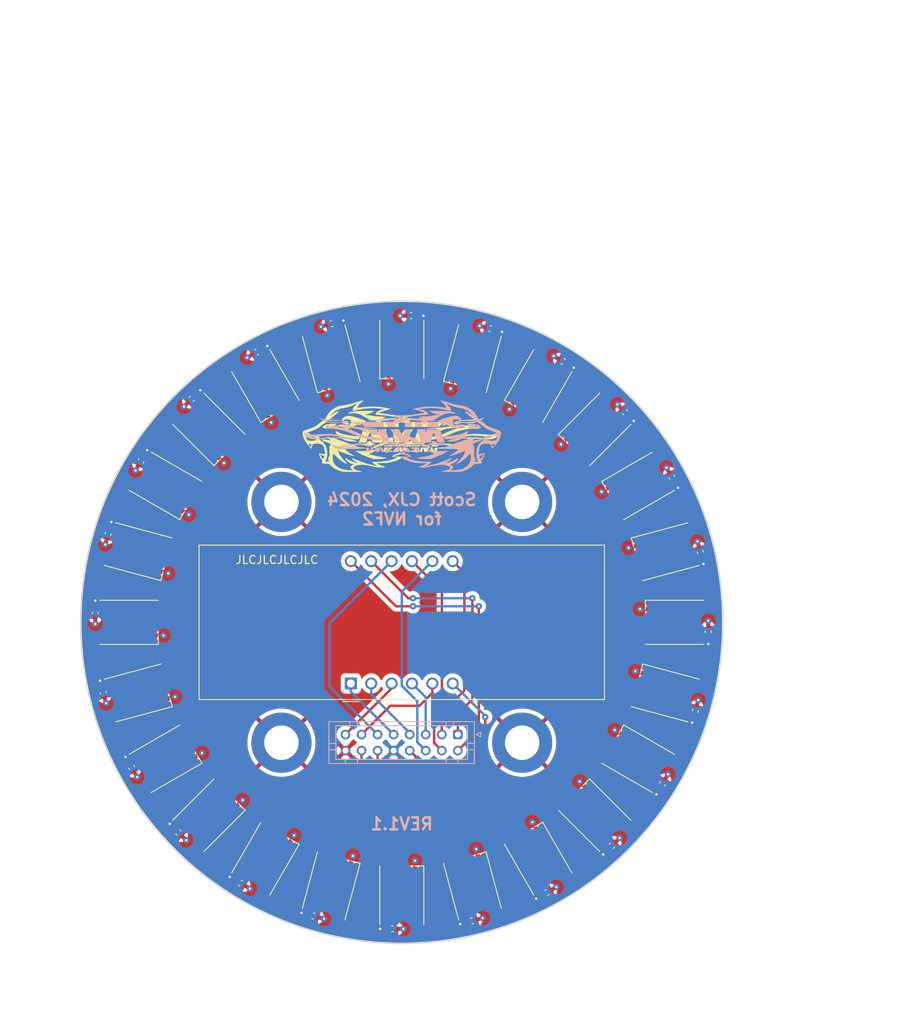
<source format=kicad_pcb>
(kicad_pcb (version 20221018) (generator pcbnew)
  (title_block (title "Tachy") (date "2024-01-25") (rev "1.1") (company "Scott CJX"))
  (layers (0 "F.Cu" signal) (31 "B.Cu" signal) (34 "B.Paste" user) (35 "F.Paste" user) (36 "B.SilkS" user "B.Silkscreen") (37 "F.SilkS" user "F.Silkscreen") (38 "B.Mask" user) (39 "F.Mask" user) (44 "Edge.Cuts" user))
  (net 0 "")
  (net 1 "+5V")
  (net 2 "GND")
  (net 3 "/LED-1-2")
  (net 4 "/LED-2-3")
  (net 5 "/LED-3-4")
  (net 6 "/LED-4-5")
  (net 7 "/LED-5-6")
  (net 8 "/LED-6-7")
  (net 9 "/LED-7-8")
  (net 10 "/LED-8-9")
  (net 11 "/LED-9-10")
  (net 12 "/LED-10-11")
  (net 13 "/LED-11-12")
  (net 14 "/LED-12-13")
  (net 15 "/LED-13-14")
  (net 16 "/LED-14-15")
  (net 17 "/LED-15-16")
  (net 18 "/LED-16-17")
  (net 19 "/LED-17-18")
  (net 20 "/LED-18-19")
  (net 21 "/LED-19-20")
  (net 22 "/LED-20-21")
  (net 23 "/LED-21-22")
  (net 24 "/LED-22-23")
  (net 25 "/LED-23-24")
  (net 26 "/LED-0-1")
  (net 27 "/7SEG_CA1")
  (net 28 "/7SEG_A")
  (net 29 "/7SEG_F")
  (net 30 "/7SEG_CA2")
  (net 31 "/7SEG_CA3")
  (net 32 "/7SEG_B")
  (net 33 "/7SEG_CA4")
  (net 34 "/7SEG_G")
  (net 35 "/7SEG_C")
  (net 36 "/7SEG_DP")
  (net 37 "/7SEG_D")
  (net 38 "/7SEG_E")
  (net 39 "/LED-24-25")
  (footprint "Capacitor_SMD:C_0402_1005Metric" (layer "F.Cu") (at 101.17 61.8 180)
    (fp_text reference "C113" hide)
    (fp_text value "100n")
  )
  (footprint "Capacitor_SMD:C_0402_1005Metric" (layer "F.Cu") (at 91.243246 62.798815 -165)
    (fp_text reference "C114" hide)
    (fp_text value "100n")
  )
  (footprint "LED_SMD:LED_WS2812B_PLCC4_5.0x5.0mm_P3.2mm" (layer "F.Cu") (at 108.799848 132.841478 105)
    (fp_text reference "D102" hide)
    (fp_text value "WS2812B")
  )
  (footprint "Capacitor_SMD:C_0402_1005Metric" (layer "F.Cu") (at 133.66717 81.91325 120)
    (fp_text reference "C109" hide)
    (fp_text value "100n")
  )
  (footprint "Capacitor_SMD:C_0402_1005Metric" (layer "F.Cu") (at 120.11325 67.50283 150)
    (fp_text reference "C111" hide)
    (fp_text value "100n")
  )
  (footprint "LED_SMD:LED_WS2812B_PLCC4_5.0x5.0mm_P3.2mm" (layer "F.Cu") (at 124.041631 75.958369 -135)
    (fp_text reference "D110" hide)
    (fp_text value "WS2812B")
  )
  (footprint "LED_SMD:LED_WS2812B_PLCC4_5.0x5.0mm_P3.2mm" (layer "F.Cu") (at 100 134 90)
    (fp_text reference "D101" hide)
    (fp_text value "WS2812B")
  )
  (footprint "Capacitor_SMD:C_0402_1005Metric" (layer "F.Cu") (at 81.91325 66.33283 -150)
    (fp_text reference "C115" hide)
    (fp_text value "100n")
  )
  (footprint "Capacitor_SMD:C_0402_1005Metric" (layer "F.Cu") (at 67.50283 79.88675 -120)
    (fp_text reference "C117" hide)
    (fp_text value "100n")
  )
  (footprint "MountingHole:MountingHole_4.3mm_M4_DIN965_Pad_TopBottom" (layer "F.Cu") (at 85 115)
    (fp_text reference "H103" hide)
    (fp_text value "MountingHole_Pad")
  )
  (footprint "LED_SMD:LED_WS2812B_PLCC4_5.0x5.0mm_P3.2mm" (layer "F.Cu") (at 124.041631 124.041631 135)
    (fp_text reference "D104" hide)
    (fp_text value "WS2812B")
  )
  (footprint "LED_SMD:LED_WS2812B_PLCC4_5.0x5.0mm_P3.2mm" (layer "F.Cu") (at 75.958369 124.041631 45)
    (fp_text reference "D122" hide)
    (fp_text value "WS2812B")
  )
  (footprint "MountingHole:MountingHole_4.3mm_M4_DIN965_Pad_TopBottom" (layer "F.Cu") (at 115 115)
    (fp_text reference "H104" hide)
    (fp_text value "MountingHole_Pad")
  )
  (footprint "Capacitor_SMD:C_0402_1005Metric" (layer "F.Cu") (at 108.756754 137.201185 15)
    (fp_text reference "C102" hide)
    (fp_text value "100n")
  )
  (footprint "LED_SMD:LED_WS2812B_PLCC4_5.0x5.0mm_P3.2mm" (layer "F.Cu") (at 75.958369 75.958369 -45)
    (fp_text reference "D116" hide)
    (fp_text value "WS2812B")
  )
  (footprint "LED_SMD:LED_WS2812B_PLCC4_5.0x5.0mm_P3.2mm" (layer "F.Cu") (at 83 129.444864 60)
    (fp_text reference "D123" hide)
    (fp_text value "WS2812B")
  )
  (footprint "Capacitor_SMD:C_0402_1005Metric" (layer "F.Cu") (at 73.815836 72.161206 -135)
    (fp_text reference "C116" hide)
    (fp_text value "100n")
  )
  (footprint "LED_SMD:LED_WS2812B_PLCC4_5.0x5.0mm_P3.2mm" (layer "F.Cu") (at 66 100)
    (fp_text reference "D119" hide)
    (fp_text value "WS2812B")
  )
  (footprint "LED_SMD:LED_WS2812B_PLCC4_5.0x5.0mm_P3.2mm" (layer "F.Cu") (at 67.158522 91.200152 -15)
    (fp_text reference "D118" hide)
    (fp_text value "WS2812B")
  )
  (footprint "Capacitor_SMD:C_0402_1005Metric" (layer "F.Cu") (at 63.404452 88.982979 -105)
    (fp_text reference "C118" hide)
    (fp_text value "100n")
  )
  (footprint "Capacitor_SMD:C_0402_1005Metric" (layer "F.Cu") (at 126.184164 127.838794 45)
    (fp_text reference "C104" hide)
    (fp_text value "100n")
  )
  (footprint "LED_SMD:LED_WS2812B_PLCC4_5.0x5.0mm_P3.2mm" (layer "F.Cu") (at 132.841478 91.200152 -165)
    (fp_text reference "D108" hide)
    (fp_text value "WS2812B")
  )
  (footprint "Capacitor_SMD:C_0402_1005Metric" (layer "F.Cu") (at 132.49717 120.11325 60)
    (fp_text reference "C105" hide)
    (fp_text value "100n")
  )
  (footprint "Capacitor_SMD:C_0402_1005Metric" (layer "F.Cu") (at 138.2 101.17 90)
    (fp_text reference "C107" hide)
    (fp_text value "100n")
  )
  (footprint "Capacitor_SMD:C_0402_1005Metric" (layer "F.Cu") (at 88.982979 136.595548 -15)
    (fp_text reference "C124" hide)
    (fp_text value "100n")
  )
  (footprint "LED_SMD:LED_WS2812B_PLCC4_5.0x5.0mm_P3.2mm" (layer "F.Cu") (at 70.555136 117 30)
    (fp_text reference "D121" hide)
    (fp_text value "WS2812B")
  )
  (footprint "LED_SMD:LED_WS2812B_PLCC4_5.0x5.0mm_P3.2mm" (layer "F.Cu") (at 83 70.555136 -60)
    (fp_text reference "D115" hide)
    (fp_text value "WS2812B")
  )
  (footprint "Capacitor_SMD:C_0402_1005Metric" (layer "F.Cu") (at 72.161206 126.184164 -45)
    (fp_text reference "C122" hide)
    (fp_text value "100n")
  )
  (footprint "LED_SMD:LED_WS2812B_PLCC4_5.0x5.0mm_P3.2mm" (layer "F.Cu") (at 91.200152 67.158522 -75)
    (fp_text reference "D114" hide)
    (fp_text value "WS2812B")
  )
  (footprint "LED_SMD:LED_WS2812B_PLCC4_5.0x5.0mm_P3.2mm" (layer "F.Cu") (at 134 100 180)
    (fp_text reference "D107" hide)
    (fp_text value "WS2812B")
  )
  (footprint "Capacitor_SMD:C_0402_1005Metric" (layer "F.Cu") (at 137.201185 91.243246 105)
    (fp_text reference "C108" hide)
    (fp_text value "100n")
  )
  (footprint "Capacitor_SMD:C_0402_1005Metric" (layer "F.Cu") (at 136.595548 111.017021 75)
    (fp_text reference "C106" hide)
    (fp_text value "100n")
  )
  (footprint "LED_SMD:LED_WS2812B_PLCC4_5.0x5.0mm_P3.2mm" (layer "F.Cu") (at 91.200152 132.841478 75)
    (fp_text reference "D124" hide)
    (fp_text value "WS2812B")
  )
  (footprint "Capacitor_SMD:C_0402_1005Metric" (layer "F.Cu") (at 111.017021 63.404452 165)
    (fp_text reference "C112" hide)
    (fp_text value "100n")
  )
  (footprint "Capacitor_SMD:C_0402_1005Metric" (layer "F.Cu") (at 79.88675 132.49717 -30)
    (fp_text reference "C123" hide)
    (fp_text value "100n")
  )
  (footprint "LED_SMD:LED_WS2812B_PLCC4_5.0x5.0mm_P3.2mm" (layer "F.Cu") (at 70.555136 83 -30)
    (fp_text reference "D117" hide)
    (fp_text value "WS2812B")
  )
  (footprint "LED_SMD:LED_WS2812B_PLCC4_5.0x5.0mm_P3.2mm" (layer "F.Cu") (at 117 70.555136 -120)
    (fp_text reference "D111" hide)
    (fp_text value "WS2812B")
  )
  (footprint "LED_SMD:LED_WS2812B_PLCC4_5.0x5.0mm_P3.2mm" (layer "F.Cu") (at 132.841478 108.799848 165)
    (fp_text reference "D106" hide)
    (fp_text value "WS2812B")
  )
  (footprint "LED_SMD:LED_WS2812B_PLCC4_5.0x5.0mm_P3.2mm" (layer "F.Cu") (at 117 129.444864 120)
    (fp_text reference "D103" hide)
    (fp_text value "WS2812B")
  )
  (footprint "Capacitor_SMD:C_0402_1005Metric" (layer "F.Cu") (at 98.83 138.2)
    (fp_text reference "C101" hide)
    (fp_text value "100n")
  )
  (footprint "Display_7Segment:CA56-12CGKWA" (layer "F.Cu") (at 100 100 90)
    (fp_text reference "U101" hide)
    (fp_text value "CA56-12CGKWA" hide)
  )
  (footprint "Capacitor_SMD:C_0402_1005Metric" (layer "F.Cu") (at 66.33283 118.08675 -60)
    (fp_text reference "C121" hide)
    (fp_text value "100n")
  )
  (footprint "Capacitor_SMD:C_0402_1005Metric" (layer "F.Cu") (at 62.798815 108.756754 -75)
    (fp_text reference "C120" hide)
    (fp_text value "100n")
  )
  (footprint "Capacitor_SMD:C_0402_1005Metric" (layer "F.Cu") (at 127.838794 73.815836 135)
    (fp_text reference "C110" hide)
    (fp_text value "100n")
  )
  (footprint "Capacitor_SMD:C_0402_1005Metric" (layer "F.Cu") (at 61.8 98.83 -90)
    (fp_text reference "C119" hide)
    (fp_text value "100n")
  )
  (footprint "MountingHole:MountingHole_4.3mm_M4_DIN965_Pad_TopBottom" (layer "F.Cu") (at 85 85)
    (fp_text reference "H101" hide)
    (fp_text value "MountingHole_Pad")
  )
  (footprint "NVF-Kicad:NVF-Logo-30mm" (layer "F.Cu") (at 100 79.4)
    (fp_text reference "G***" hide)
    (fp_text value "LOGO" hide)
  )
  (footprint "LED_SMD:LED_WS2812B_PLCC4_5.0x5.0mm_P3.2mm" (layer "F.Cu") (at 108.799848 67.158522 -105)
    (fp_text reference "D112" hide)
    (fp_text value "WS2812B")
  )
  (footprint "LED_SMD:LED_WS2812B_PLCC4_5.0x5.0mm_P3.2mm" (layer "F.Cu") (at 67.158522 108.799848 15)
    (fp_text reference "D120" hide)
    (fp_text value "WS2812B")
  )
  (footprint "LED_SMD:LED_WS2812B_PLCC4_5.0x5.0mm_P3.2mm" (layer "F.Cu") (at 100 66 -90)
    (fp_text reference "D113" hide)
    (fp_text value "WS2812B")
  )
  (footprint "LED_SMD:LED_WS2812B_PLCC4_5.0x5.0mm_P3.2mm" (layer "F.Cu") (at 129.444864 117 150)
    (fp_text reference "D105" hide)
    (fp_text value "WS2812B")
  )
  (footprint "LED_SMD:LED_WS2812B_PLCC4_5.0x5.0mm_P3.2mm" (layer "F.Cu") (at 129.444864 83 -150)
    (fp_text reference "D109" hide)
    (fp_text value "WS2812B")
  )
  (footprint "Capacitor_SMD:C_0402_1005Metric" (layer "F.Cu") (at 118.08675 133.66717 30)
    (fp_text reference "C103" hide)
    (fp_text value "100n")
  )
  (footprint "MountingHole:MountingHole_4.3mm_M4_DIN965_Pad_TopBottom" (layer "F.Cu") (at 115 85)
    (fp_text reference "H102" hide)
    (fp_text value "MountingHole_Pad")
  )
  (footprint "NVF-Kicad:NVF-Logo-30mm" (layer "B.Cu") (at 100 79.4 180)
    (fp_text reference "G***" hide)
    (fp_text value "LOGO" hide)
  )
  (footprint "Connector_JST:JST_PHD_B16B-PHDSS_2x08_P2.00mm_Vertical" (layer "B.Cu") (at 100 115 180)
    (fp_text reference "J101" hide)
    (fp_text value "Conn_02x08_Odd_Even" hide)
  )
  (gr_circle (center 100 100) (end 140 100) (stroke (width 0.2)) (fill none) (layer "Edge.Cuts"))
  (gr_text "REV1.1" (at 100 126) (layer "B.SilkS") (effects (font (size 1.5 1.5) (thickness 0.3) bold) (justify bottom mirror)))
  (gr_text "Scott CJX, 2024\nfor NVF2" (at 100 88) (layer "B.SilkS") (effects (font (size 1.5 1.5) (thickness 0.3) bold) (justify bottom mirror)))
  (gr_text "JLCJLCJLCJLC" (at 79.2 92.8) (layer "F.SilkS") (effects (font (size 1 1)) (justify left bottom)))
  (segment (start 125.844753 128.178205) (end 125.102291 128.920667) (width 0.4) (layer "F.Cu") (net 1))
  (segment (start 61.8 98.35) (end 63.55 98.35) (width 0.4) (layer "F.Cu") (net 1))
  (segment (start 132.25717 120.528942) (end 130.741626 119.653942) (width 0.4) (layer "F.Cu") (net 1))
  (segment (start 125.844753 128.178205) (end 124.607316 126.940768) (width 0.4) (layer "F.Cu") (net 1))
  (segment (start 128.178205 74.155247) (end 126.940768 75.392684) (width 0.4) (layer "F.Cu") (net 1))
  (segment (start 62.674582 108.29311) (end 64.364952 107.840177) (width 0.4) (layer "F.Cu") (net 1))
  (segment (start 91.70689 62.674582) (end 92.721112 62.402822) (width 0.4) (layer "F.Cu") (net 1))
  (segment (start 66.09283 117.671058) (end 65.56783 116.761731) (width 0.4) (layer "F.Cu") (net 1))
  (segment (start 111.480665 63.528685) (end 112.494887 63.800445) (width 0.4) (layer "F.Cu") (net 1))
  (segment (start 74.155247 71.821795) (end 74.897709 71.079333) (width 0.4) (layer "F.Cu") (net 1))
  (segment (start 117.671058 133.90717) (end 116.761731 134.43217) (width 0.4) (layer "F.Cu") (net 1))
  (segment (start 82.328942 66.09283) (end 83.238269 65.56783) (width 0.4) (layer "F.Cu") (net 1))
  (segment (start 62.674582 108.29311) (end 62.402822 107.278888) (width 0.4) (layer "F.Cu") (net 1))
  (segment (start 88.519335 136.471315) (end 87.505113 136.199555) (width 0.4) (layer "F.Cu") (net 1))
  (segment (start 66.09283 117.671058) (end 67.608374 116.796058) (width 0.4) (layer "F.Cu") (net 1))
  (segment (start 133.90717 82.328942) (end 134.43217 83.238269) (width 0.4) (layer "F.Cu") (net 1))
  (segment (start 82.328942 66.09283) (end 83.203942 67.608374) (width 0.4) (layer "F.Cu") (net 1))
  (segment (start 128.178205 74.155247) (end 128.920667 74.897709) (width 0.4) (layer "F.Cu") (net 1))
  (segment (start 137.325418 91.70689) (end 135.635048 92.159823) (width 0.4) (layer "F.Cu") (net 1))
  (segment (start 108.29311 137.325418) (end 107.840177 135.635048) (width 0.4) (layer "F.Cu") (net 1))
  (segment (start 71.821795 125.844753) (end 73.059232 124.607316) (width 0.4) (layer "F.Cu") (net 1))
  (segment (start 117.671058 133.90717) (end 116.796058 132.391626) (width 0.4) (layer "F.Cu") (net 1))
  (segment (start 67.74283 79.471058) (end 69.258374 80.346058) (width 0.4) (layer "F.Cu") (net 1))
  (segment (start 63.528685 88.519335) (end 63.800445 87.505113) (width 0.4) (layer "F.Cu") (net 1))
  (segment (start 74.155247 71.821795) (end 75.392684 73.059232) (width 0.4) (layer "F.Cu") (net 1))
  (segment (start 132.25717 120.528942) (end 131.73217 121.438269) (width 0.4) (layer "F.Cu") (net 1))
  (segment (start 101.65 61.8) (end 102.7 61.8) (width 0.4) (layer "F.Cu") (net 1))
  (segment (start 88.519335 136.471315) (end 88.972268 134.780945) (width 0.4) (layer "F.Cu") (net 1))
  (segment (start 133.90717 82.328942) (end 132.391626 83.203942) (width 0.4) (layer "F.Cu") (net 1))
  (segment (start 111.480665 63.528685) (end 111.027732 65.219055) (width 0.4) (layer "F.Cu") (net 1))
  (segment (start 136.471315 111.480665) (end 134.780945 111.027732) (width 0.4) (layer "F.Cu") (net 1))
  (segment (start 120.528942 67.74283) (end 119.653942 69.258374) (width 0.4) (layer "F.Cu") (net 1))
  (segment (start 101.65 61.8) (end 101.65 63.55) (width 0.4) (layer "F.Cu") (net 1))
  (segment (start 67.74283 79.471058) (end 68.26783 78.561731) (width 0.4) (layer "F.Cu") (net 1))
  (segment (start 120.528942 67.74283) (end 121.438269 68.26783) (width 0.4) (layer "F.Cu") (net 1))
  (segment (start 98.35 138.2) (end 98.35 136.45) (width 0.4) (layer "F.Cu") (net 1))
  (segment (start 63.528685 88.519335) (end 65.219055 88.972268) (width 0.4) (layer "F.Cu") (net 1))
  (segment (start 61.8 98.35) (end 61.8 97.3) (width 0.4) (layer "F.Cu") (net 1))
  (segment (start 79.471058 132.25717) (end 80.346058 130.741626) (width 0.4) (layer "F.Cu") (net 1))
  (segment (start 108.29311 137.325418) (end 107.278888 137.597178) (width 0.4) (layer "F.Cu") (net 1))
  (segment (start 137.325418 91.70689) (end 137.597178 92.721112) (width 0.4) (layer "F.Cu") (net 1))
  (segment (start 136.471315 111.480665) (end 136.199555 112.494887) (width 0.4) (layer "F.Cu") (net 1))
  (segment (start 79.471058 132.25717) (end 78.561731 131.73217) (width 0.4) (layer "F.Cu") (net 1))
  (segment (start 98.35 138.2) (end 97.3 138.2) (width 0.4) (layer "F.Cu") (net 1))
  (segment (start 91.70689 62.674582) (end 92.159823 64.364952) (width 0.4) (layer "F.Cu") (net 1))
  (segment (start 71.821795 125.844753) (end 71.079333 125.102291) (width 0.4) (layer "F.Cu") (net 1))
  (segment (start 138.2 101.65) (end 136.45 101.65) (width 0.4) (layer "F.Cu") (net 1))
  (segment (start 138.2 101.65) (end 138.2 102.7) (width 0.4) (layer "F.Cu") (net 1))
  (via (at 136.199555 112.494887) (size 0.8) (drill 0.3) (layers "F.Cu" "B.Cu") (net 1))
  (via (at 102.7 61.8) (size 0.8) (drill 0.3) (layers "F.Cu" "B.Cu") (net 1))
  (via (at 63.800445 87.505113) (size 0.8) (drill 0.3) (layers "F.Cu" "B.Cu") (net 1))
  (via (at 87.505113 136.199555) (size 0.8) (drill 0.3) (layers "F.Cu" "B.Cu") (net 1))
  (via (at 121.438269 68.26783) (size 0.8) (drill 0.3) (layers "F.Cu" "B.Cu") (net 1))
  (via (at 137.597178 92.721112) (size 0.8) (drill 0.3) (layers "F.Cu" "B.Cu") (net 1))
  (via (at 78.561731 131.73217) (size 0.8) (drill 0.3) (layers "F.Cu" "B.Cu") (net 1))
  (via (at 97.3 138.2) (size 0.8) (drill 0.3) (layers "F.Cu" "B.Cu") (net 1))
  (via (at 62.402822 107.278888) (size 0.8) (drill 0.3) (layers "F.Cu" "B.Cu") (net 1))
  (via (at 134.43217 83.238269) (size 0.8) (drill 0.3) (layers "F.Cu" "B.Cu") (net 1))
  (via (at 74.897709 71.079333) (size 0.8) (drill 0.3) (layers "F.Cu" "B.Cu") (net 1))
  (via (at 65.56783 116.761731) (size 0.8) (drill 0.3) (layers "F.Cu" "B.Cu") (net 1))
  (via (at 128.920667 74.897709) (size 0.8) (drill 0.3) (layers "F.Cu" "B.Cu") (net 1))
  (via (at 71.079333 125.102291) (size 0.8) (drill 0.3) (layers "F.Cu" "B.Cu") (net 1))
  (via (at 116.761731 134.43217) (size 0.8) (drill 0.3) (layers "F.Cu" "B.Cu") (net 1))
  (via (at 68.26783 78.561731) (size 0.8) (drill 0.3) (layers "F.Cu" "B.Cu") (net 1))
  (via (at 131.73217 121.438269) (size 0.8) (drill 0.3) (layers "F.Cu" "B.Cu") (net 1))
  (via (at 107.278888 137.597178) (size 0.8) (drill 0.3) (layers "F.Cu" "B.Cu") (net 1))
  (via (at 125.102291 128.920667) (size 0.8) (drill 0.3) (layers "F.Cu" "B.Cu") (net 1))
  (via (at 83.238269 65.56783) (size 0.8) (drill 0.3) (layers "F.Cu" "B.Cu") (net 1))
  (via (at 138.2 102.7) (size 0.8) (drill 0.3) (layers "F.Cu" "B.Cu") (net 1))
  (via (at 112.494887 63.800445) (size 0.8) (drill 0.3) (layers "F.Cu" "B.Cu") (net 1))
  (via (at 61.8 97.3) (size 0.8) (drill 0.3) (layers "F.Cu" "B.Cu") (net 1))
  (via (at 92.721112 62.402822) (size 0.8) (drill 0.3) (layers "F.Cu" "B.Cu") (net 1))
  (segment (start 82.796058 73.501899) (end 83.721058 75.104046) (width 0.4) (layer "F.Cu") (net 2))
  (segment (start 89.446624 136.719781) (end 90.306298 136.95013) (width 0.4) (layer "F.Cu") (net 2))
  (segment (start 78.857507 123.475945) (end 80.165655 122.167797) (width 0.4) (layer "F.Cu") (net 2))
  (segment (start 69.952092 109.759518) (end 71.739055 109.280703) (width 0.4) (layer "F.Cu") (net 2))
  (segment (start 121.142493 76.524055) (end 119.834345 77.832203) (width 0.4) (layer "F.Cu") (net 2))
  (segment (start 62.923048 109.220399) (end 63.153397 110.080073) (width 0.4) (layer "F.Cu") (net 2))
  (segment (start 73.501899 117.203942) (end 75.104046 116.278942) (width 0.4) (layer "F.Cu") (net 2))
  (segment (start 61.8 99.31) (end 61.8 100.2) (width 0.4) (layer "F.Cu") (net 2))
  (segment (start 73.476425 72.500617) (end 72.8471 73.129942) (width 0.4) (layer "F.Cu") (net 2))
  (segment (start 130.047908 90.240482) (end 128.260945 90.719297) (width 0.4) (layer "F.Cu") (net 2))
  (segment (start 132.73717 119.697558) (end 133.18217 118.926795) (width 0.4) (layer "F.Cu") (net 2))
  (segment (start 68.45 101.65) (end 70.3 101.65) (width 0.4) (layer "F.Cu") (net 2))
  (segment (start 130.902011 106.571963) (end 129.115048 106.093148) (width 0.4) (layer "F.Cu") (net 2))
  (segment (start 109.220399 137.076952) (end 110.080073 136.846603) (width 0.4) (layer "F.Cu") (net 2))
  (segment (start 126.523575 127.499383) (end 127.1529 126.870058) (width 0.4) (layer "F.Cu") (net 2))
  (segment (start 100.69 61.8) (end 99.8 61.8) (width 0.4) (layer "F.Cu") (net 2))
  (segment (start 128.148101 114.346058) (end 126.545954 113.421058) (width 0.4) (layer "F.Cu") (net 2))
  (segment (start 98.35 68.45) (end 98.35 70.3) (width 0.4) (layer "F.Cu") (net 2))
  (segment (start 63.280219 89.446624) (end 63.04987 90.306298) (width 0.4) (layer "F.Cu") (net 2))
  (segment (start 133.42717 81.497558) (end 132.98217 80.726795) (width 0.4) (layer "F.Cu") (net 2))
  (segment (start 67.26283 80.302442) (end 66.81783 81.073205) (width 0.4) (layer "F.Cu") (net 2))
  (segment (start 119.697558 67.26283) (end 118.926795 66.81783) (width 0.4) (layer "F.Cu") (net 2))
  (segment (start 138.2 100.69) (end 138.2 99.8) (width 0.4) (layer "F.Cu") (net 2))
  (segment (start 71.851899 85.653942) (end 73.454046 86.578942) (width 0.4) (layer "F.Cu") (net 2))
  (segment (start 93.428037 130.902011) (end 93.906852 129.115048) (width 0.4) (layer "F.Cu") (net 2))
  (segment (start 136.719781 110.553376) (end 136.95013 109.693702) (width 0.4) (layer "F.Cu") (net 2))
  (segment (start 81.497558 66.57283) (end 80.726795 67.01783) (width 0.4) (layer "F.Cu") (net 2))
  (segment (start 72.500617 126.523575) (end 73.129942 127.1529) (width 0.4) (layer "F.Cu") (net 2))
  (segment (start 66.57283 118.502442) (end 67.01783 119.273205) (width 0.4) (layer "F.Cu") (net 2))
  (segment (start 69.097989 93.428037) (end 70.884952 93.906852) (width 0.4) (layer "F.Cu") (net 2))
  (segment (start 131.55 98.35) (end 129.7 98.35) (width 0.4) (layer "F.Cu") (net 2))
  (segment (start 114.346058 71.851899) (end 113.421058 73.454046) (width 0.4) (layer "F.Cu") (net 2))
  (segment (start 106.571963 69.097989) (end 106.093148 70.884952) (width 0.4) (layer "F.Cu") (net 2))
  (segment (start 85.653942 128.148101) (end 86.578942 126.545954) (width 0.4) (layer "F.Cu") (net 2))
  (segment (start 90.240482 69.952092) (end 90.719297 71.739055) (width 0.4) (layer "F.Cu") (net 2))
  (segment (start 80.302442 132.73717) (end 81.073205 133.18217) (width 0.4) (layer "F.Cu") (net 2))
  (segment (start 99.31 138.2) (end 100.2 138.2) (width 0.4) (layer "F.Cu") (net 2))
  (segment (start 117.203942 126.498101) (end 116.278942 124.895954) (width 0.4) (layer "F.Cu") (net 2))
  (segment (start 109.759518 130.047908) (end 109.280703 128.260945) (width 0.4) (layer "F.Cu") (net 2))
  (segment (start 101.65 131.55) (end 101.65 129.7) (width 0.4) (layer "F.Cu") (net 2))
  (segment (start 123.475945 121.142493) (end 122.167797 119.834345) (width 0.4) (layer "F.Cu") (net 2))
  (segment (start 118.502442 133.42717) (end 119.273205 132.98217) (width 0.4) (layer "F.Cu") (net 2))
  (segment (start 127.499383 73.476425) (end 126.870058 72.8471) (width 0.4) (layer "F.Cu") (net 2))
  (segment (start 126.498101 82.796058) (end 124.895954 83.721058) (width 0.4) (layer "F.Cu") (net 2))
  (segment (start 137.076952 90.779601) (end 136.846603 89.919927) (width 0.4) (layer "F.Cu") (net 2))
  (segment (start 76.524055 78.857507) (end 77.832203 80.165655) (width 0.4) (layer "F.Cu") (net 2))
  (segment (start 110.553376 63.280219) (end 109.693702 63.04987) (width 0.4) (layer "F.Cu") (net 2))
  (segment (start 90.779601 62.923048) (end 89.919927 63.153397) (width 0.4) (layer "F.Cu") (net 2))
  (via (at 75.104046 116.278942) (size 0.8) (drill 0.3) (layers "F.Cu" "B.Cu") (net 2))
  (via (at 122.167798 119.834345) (size 0.8) (drill 0.3) (layers "F.Cu" "B.Cu") (net 2))
  (via (at 129.7 98.35) (size 0.8) (drill 0.3) (layers "F.Cu" "B.Cu") (net 2))
  (via (at 110.080073 136.846603) (size 0.8) (drill 0.3) (layers "F.Cu" "B.Cu") (net 2))
  (via (at 126.545954 113.421058) (size 0.8) (drill 0.3) (layers "F.Cu" "B.Cu") (net 2))
  (via (at 93.906852 129.115048) (size 0.8) (drill 0.3) (layers "F.Cu" "B.Cu") (net 2))
  (via (at 83.721058 75.104046) (size 0.8) (drill 0.3) (layers "F.Cu" "B.Cu") (net 2))
  (via (at 72.8471 73.129942) (size 0.8) (drill 0.3) (layers "F.Cu" "B.Cu") (net 2))
  (via (at 126.870058 72.8471) (size 0.8) (drill 0.3) (layers "F.Cu" "B.Cu") (net 2))
  (via (at 86.578942 126.545954) (size 0.8) (drill 0.3) (layers "F.Cu" "B.Cu") (net 2))
  (via (at 73.129942 127.1529) (size 0.8) (drill 0.3) (layers "F.Cu" "B.Cu") (net 2))
  (via (at 127.1529 126.870058) (size 0.8) (drill 0.3) (layers "F.Cu" "B.Cu") (net 2))
  (via (at 119.273205 132.98217) (size 0.8) (drill 0.3) (layers "F.Cu" "B.Cu") (net 2))
  (via (at 132.98217 80.726795) (size 0.8) (drill 0.3) (layers "F.Cu" "B.Cu") (net 2))
  (via (at 80.726795 67.01783) (size 0.8) (drill 0.3) (layers "F.Cu" "B.Cu") (net 2))
  (via (at 136.95013 109.693702) (size 0.8) (drill 0.3) (layers "F.Cu" "B.Cu") (net 2))
  (via (at 129.115048 106.093148) (size 0.8) (drill 0.3) (layers "F.Cu" "B.Cu") (net 2))
  (via (at 90.719297 71.739054) (size 0.8) (drill 0.3) (layers "F.Cu" "B.Cu") (net 2))
  (via (at 124.895954 83.721058) (size 0.8) (drill 0.3) (layers "F.Cu" "B.Cu") (net 2))
  (via (at 70.3 101.65) (size 0.8) (drill 0.3) (layers "F.Cu" "B.Cu") (net 2))
  (via (at 63.153397 110.080073) (size 0.8) (drill 0.3) (layers "F.Cu" "B.Cu") (net 2))
  (via (at 136.846603 89.919927) (size 0.8) (drill 0.3) (layers "F.Cu" "B.Cu") (net 2))
  (via (at 61.8 100.2) (size 0.8) (drill 0.3) (layers "F.Cu" "B.Cu") (net 2))
  (via (at 101.65 129.7) (size 0.8) (drill 0.3) (layers "F.Cu" "B.Cu") (net 2))
  (via (at 90.306298 136.95013) (size 0.8) (drill 0.3) (layers "F.Cu" "B.Cu") (net 2))
  (via (at 106.093148 70.884952) (size 0.8) (drill 0.3) (layers "F.Cu" "B.Cu") (net 2))
  (via (at 116.278942 124.895954) (size 0.8) (drill 0.3) (layers "F.Cu" "B.Cu") (net 2))
  (via (at 109.280703 128.260946) (size 0.8) (drill 0.3) (layers "F.Cu" "B.Cu") (net 2))
  (via (at 66.81783 81.073205) (size 0.8) (drill 0.3) (layers "F.Cu" "B.Cu") (net 2))
  (via (at 119.834345 77.832202) (size 0.8) (drill 0.3) (layers "F.Cu" "B.Cu") (net 2))
  (via (at 81.073205 133.18217) (size 0.8) (drill 0.3) (layers "F.Cu" "B.Cu") (net 2))
  (via (at 100.2 138.2) (size 0.8) (drill 0.3) (layers "F.Cu" "B.Cu") (net 2))
  (via (at 71.739054 109.280703) (size 0.8) (drill 0.3) (layers "F.Cu" "B.Cu") (net 2))
  (via (at 63.04987 90.306298) (size 0.8) (drill 0.3) (layers "F.Cu" "B.Cu") (net 2))
  (via (at 98.35 70.3) (size 0.8) (drill 0.3) (layers "F.Cu" "B.Cu") (net 2))
  (via (at 89.919927 63.153397) (size 0.8) (drill 0.3) (layers "F.Cu" "B.Cu") (net 2))
  (via (at 138.2 99.8) (size 0.8) (drill 0.3) (layers "F.Cu" "B.Cu") (net 2))
  (via (at 128.260946 90.719297) (size 0.8) (drill 0.3) (layers "F.Cu" "B.Cu") (net 2))
  (via (at 118.926795 66.81783) (size 0.8) (drill 0.3) (layers "F.Cu" "B.Cu") (net 2))
  (via (at 133.18217 118.926795) (size 0.8) (drill 0.3) (layers "F.Cu" "B.Cu") (net 2))
  (via (at 70.884952 93.906852) (size 0.8) (drill 0.3) (layers "F.Cu" "B.Cu") (net 2))
  (via (at 80.165655 122.167798) (size 0.8) (drill 0.3) (layers "F.Cu" "B.Cu") (net 2))
  (via (at 67.01783 119.273205) (size 0.8) (drill 0.3) (layers "F.Cu" "B.Cu") (net 2))
  (via (at 77.832202 80.165655) (size 0.8) (drill 0.3) (layers "F.Cu" "B.Cu") (net 2))
  (via (at 99.8 61.8) (size 0.8) (drill 0.3) (layers "F.Cu" "B.Cu") (net 2))
  (via (at 73.454046 86.578942) (size 0.8) (drill 0.3) (layers "F.Cu" "B.Cu") (net 2))
  (via (at 109.693702 63.04987) (size 0.8) (drill 0.3) (layers "F.Cu" "B.Cu") (net 2))
  (via (at 113.421058 73.454046) (size 0.8) (drill 0.3) (layers "F.Cu" "B.Cu") (net 2))
  (segment (start 106.571964 130.902011) (end 101.65 135.823975) (width 0.4) (layer "F.Cu") (net 3))
  (segment (start 101.65 135.823975) (end 101.65 136.45) (width 0.4) (layer "F.Cu") (net 3))
  (segment (start 114.346058 128.148102) (end 114.346058 131.462619) (width 0.4) (layer "F.Cu") (net 4))
  (segment (start 114.346058 131.462619) (end 111.027732 134.780945) (width 0.4) (layer "F.Cu") (net 4))
  (segment (start 121.142493 129.253075) (end 119.653942 130.741626) (width 0.4) (layer "F.Cu") (net 5))
  (segment (start 121.142493 123.475946) (end 121.142493 129.253075) (width 0.4) (layer "F.Cu") (net 5))
  (segment (start 126.498102 117.203942) (end 126.498102 124.164649) (width 0.4) (layer "F.Cu") (net 6))
  (segment (start 126.498102 124.164649) (end 126.940769 124.607316) (width 0.4) (layer "F.Cu") (net 6))
  (segment (start 130.047908 114.45234) (end 132.391626 116.796058) (width 0.4) (layer "F.Cu") (net 7))
  (segment (start 130.047908 109.759519) (end 130.047908 114.45234) (width 0.4) (layer "F.Cu") (net 7))
  (segment (start 131.55 101.65) (end 131.55 103.755129) (width 0.4) (layer "F.Cu") (net 8))
  (segment (start 131.55 103.755129) (end 135.635048 107.840177) (width 0.4) (layer "F.Cu") (net 8))
  (segment (start 135.823975 98.35) (end 136.45 98.35) (width 0.4) (layer "F.Cu") (net 9))
  (segment (start 130.902011 93.428036) (end 135.823975 98.35) (width 0.4) (layer "F.Cu") (net 9))
  (segment (start 131.462619 85.653942) (end 134.780945 88.972268) (width 0.4) (layer "F.Cu") (net 10))
  (segment (start 128.148102 85.653942) (end 131.462619 85.653942) (width 0.4) (layer "F.Cu") (net 10))
  (segment (start 123.475946 78.857507) (end 129.253075 78.857507) (width 0.4) (layer "F.Cu") (net 11))
  (segment (start 129.253075 78.857507) (end 130.741626 80.346058) (width 0.4) (layer "F.Cu") (net 11))
  (segment (start 117.203942 73.501898) (end 124.164649 73.501898) (width 0.4) (layer "F.Cu") (net 12))
  (segment (start 124.164649 73.501898) (end 124.607316 73.059231) (width 0.4) (layer "F.Cu") (net 12))
  (segment (start 114.45234 69.952092) (end 116.796058 67.608374) (width 0.4) (layer "F.Cu") (net 13))
  (segment (start 109.759519 69.952092) (end 114.45234 69.952092) (width 0.4) (layer "F.Cu") (net 13))
  (segment (start 103.755129 68.45) (end 107.840177 64.364952) (width 0.4) (layer "F.Cu") (net 14))
  (segment (start 101.65 68.45) (end 103.755129 68.45) (width 0.4) (layer "F.Cu") (net 14))
  (segment (start 98.35 64.176025) (end 98.35 63.55) (width 0.4) (layer "F.Cu") (net 15))
  (segment (start 93.428036 69.097989) (end 98.35 64.176025) (width 0.4) (layer "F.Cu") (net 15))
  (segment (start 85.653942 68.537381) (end 88.972268 65.219055) (width 0.4) (layer "F.Cu") (net 16))
  (segment (start 85.653942 71.851898) (end 85.653942 68.537381) (width 0.4) (layer "F.Cu") (net 16))
  (segment (start 78.857507 70.746925) (end 80.346058 69.258374) (width 0.4) (layer "F.Cu") (net 17))
  (segment (start 78.857507 76.524054) (end 78.857507 70.746925) (width 0.4) (layer "F.Cu") (net 17))
  (segment (start 73.501898 75.835351) (end 73.059231 75.392684) (width 0.4) (layer "F.Cu") (net 18))
  (segment (start 73.501898 82.796058) (end 73.501898 75.835351) (width 0.4) (layer "F.Cu") (net 18))
  (segment (start 69.952092 85.54766) (end 67.608374 83.203942) (width 0.4) (layer "F.Cu") (net 19))
  (segment (start 69.952092 90.240481) (end 69.952092 85.54766) (width 0.4) (layer "F.Cu") (net 19))
  (segment (start 68.45 96.244871) (end 64.364952 92.159823) (width 0.4) (layer "F.Cu") (net 20))
  (segment (start 68.45 98.35) (end 68.45 96.244871) (width 0.4) (layer "F.Cu") (net 20))
  (segment (start 64.176025 101.65) (end 69.097989 106.571964) (width 0.4) (layer "F.Cu") (net 21))
  (segment (start 63.55 101.65) (end 64.176025 101.65) (width 0.4) (layer "F.Cu") (net 21))
  (segment (start 71.851898 114.346058) (end 68.537381 114.346058) (width 0.4) (layer "F.Cu") (net 22))
  (segment (start 68.537381 114.346058) (end 65.219055 111.027732) (width 0.4) (layer "F.Cu") (net 22))
  (segment (start 76.524054 121.142493) (end 70.746925 121.142493) (width 0.4) (layer "F.Cu") (net 23))
  (segment (start 70.746925 121.142493) (end 69.258374 119.653942) (width 0.4) (layer "F.Cu") (net 23))
  (segment (start 75.835351 126.498102) (end 75.392684 126.940769) (width 0.4) (layer "F.Cu") (net 24))
  (segment (start 82.796058 126.498102) (end 75.835351 126.498102) (width 0.4) (layer "F.Cu") (net 24))
  (segment (start 90.240481 130.047908) (end 85.54766 130.047908) (width 0.4) (layer "F.Cu") (net 25))
  (segment (start 85.54766 130.047908) (end 83.203942 132.391626) (width 0.4) (layer "F.Cu") (net 25))
  (segment (start 96.985 123.835) (end 96.985 115.984) (width 0.3) (layer "F.Cu") (net 26))
  (segment (start 98.35 131.55) (end 98.35 125.2) (width 0.3) (layer "F.Cu") (net 26))
  (segment (start 98.35 125.2) (end 96.985 123.835) (width 0.3) (layer "F.Cu") (net 26))
  (segment (start 109.6 113.369) (end 106.985 115.984) (width 0.3) (layer "F.Cu") (net 27))
  (segment (start 109.6 98) (end 109.6 113.369) (width 0.3) (layer "F.Cu") (net 27))
  (segment (start 99.27 98) (end 93.65 92.38) (width 0.3) (layer "F.Cu") (net 27))
  (segment (start 101.4 98) (end 99.27 98) (width 0.3) (layer "F.Cu") (net 27))
  (via (at 109.6 98) (size 0.8) (drill 0.3) (layers "F.Cu" "B.Cu") (net 27))
  (via (at 101.4 98) (size 0.8) (drill 0.3) (layers "F.Cu" "B.Cu") (net 27))
  (segment (start 109.6 98) (end 101.4 98) (width 0.3) (layer "B.Cu") (net 27))
  (segment (start 100.81 97) (end 96.19 92.38) (width 0.3) (layer "F.Cu") (net 28))
  (segment (start 108.8 97) (end 108.8 109.6) (width 0.3) (layer "F.Cu") (net 28))
  (segment (start 108.8 109.6) (end 106.985 111.415) (width 0.3) (layer "F.Cu") (net 28))
  (segment (start 106.985 111.415) (end 106.985 113.984) (width 0.3) (layer "F.Cu") (net 28))
  (segment (start 101.4 97) (end 100.81 97) (width 0.3) (layer "F.Cu") (net 28))
  (via (at 108.8 97) (size 0.8) (drill 0.3) (layers "F.Cu" "B.Cu") (net 28))
  (via (at 101.4 97) (size 0.8) (drill 0.3) (layers "F.Cu" "B.Cu") (net 28))
  (segment (start 108.8 97) (end 101.4 97) (width 0.3) (layer "B.Cu") (net 28))
  (segment (start 91 100.11) (end 98.73 92.38) (width 0.3) (layer "B.Cu") (net 29))
  (segment (start 91 107.999) (end 91 100.11) (width 0.3) (layer "B.Cu") (net 29))
  (segment (start 96.985 113.984) (end 91 107.999) (width 0.3) (layer "B.Cu") (net 29))
  (segment (start 105 109.2) (end 105 96.11) (width 0.3) (layer "F.Cu") (net 30))
  (segment (start 104.035 110.165) (end 105 109.2) (width 0.3) (layer "F.Cu") (net 30))
  (segment (start 104.985 115.984) (end 104.035 115.034) (width 0.3) (layer "F.Cu") (net 30))
  (segment (start 104.035 115.034) (end 104.035 110.165) (width 0.3) (layer "F.Cu") (net 30))
  (segment (start 105 96.11) (end 101.27 92.38) (width 0.3) (layer "F.Cu") (net 30))
  (segment (start 101.935 114.934) (end 101.935 109.840635) (width 0.3) (layer "B.Cu") (net 31))
  (segment (start 102.985 115.984) (end 101.935 114.934) (width 0.3) (layer "B.Cu") (net 31))
  (segment (start 100 107.905635) (end 100 96.19) (width 0.3) (layer "B.Cu") (net 31))
  (segment (start 101.935 109.840635) (end 100 107.905635) (width 0.3) (layer "B.Cu") (net 31))
  (segment (start 100 96.19) (end 103.81 92.38) (width 0.3) (layer "B.Cu") (net 31))
  (segment (start 104.985 111.315) (end 107.8 108.5) (width 0.3) (layer "F.Cu") (net 32))
  (segment (start 107.8 93.83) (end 106.35 92.38) (width 0.3) (layer "F.Cu") (net 32))
  (segment (start 104.985 113.984) (end 104.985 111.315) (width 0.3) (layer "F.Cu") (net 32))
  (segment (start 107.8 108.5) (end 107.8 93.83) (width 0.3) (layer "F.Cu") (net 32))
  (segment (start 100.985 115.984) (end 104.001 119) (width 0.3) (layer "F.Cu") (net 33))
  (segment (start 104.001 119) (end 109.6 119) (width 0.3) (layer "F.Cu") (net 33))
  (segment (start 110.4 118.2) (end 110.4 111.8) (width 0.3) (layer "F.Cu") (net 33))
  (segment (start 109.6 119) (end 110.4 118.2) (width 0.3) (layer "F.Cu") (net 33))
  (via (at 110.4 111.8) (size 0.8) (drill 0.3) (layers "F.Cu" "B.Cu") (net 33))
  (segment (start 110.4 111.67) (end 106.35 107.62) (width 0.3) (layer "B.Cu") (net 33))
  (segment (start 110.4 111.8) (end 110.4 111.67) (width 0.3) (layer "B.Cu") (net 33))
  (segment (start 103.81 108.79) (end 103.81 107.62) (width 0.3) (layer "F.Cu") (net 34))
  (segment (start 94.985 113.984) (end 98.569 110.4) (width 0.3) (layer "F.Cu") (net 34))
  (segment (start 102.2 110.4) (end 103.81 108.79) (width 0.3) (layer "F.Cu") (net 34))
  (segment (start 98.569 110.4) (end 102.2 110.4) (width 0.3) (layer "F.Cu") (net 34))
  (segment (start 102.985 113.984) (end 102.985 109.335) (width 0.3) (layer "B.Cu") (net 35))
  (segment (start 102.985 109.335) (end 101.27 107.62) (width 0.3) (layer "B.Cu") (net 35))
  (segment (start 92.985 113.984) (end 98.73 108.239) (width 0.3) (layer "F.Cu") (net 36))
  (segment (start 98.73 108.239) (end 98.73 107.62) (width 0.3) (layer "F.Cu") (net 36))
  (segment (start 100.985 113.785) (end 96.19 108.99) (width 0.3) (layer "B.Cu") (net 37))
  (segment (start 96.19 108.99) (end 96.19 107.62) (width 0.3) (layer "B.Cu") (net 37))
  (segment (start 100.985 113.984) (end 100.985 113.785) (width 0.3) (layer "B.Cu") (net 37))
  (segment (start 98.985 113.984) (end 93.65 108.649) (width 0.3) (layer "B.Cu") (net 38))
  (segment (start 93.65 108.649) (end 93.65 107.62) (width 0.3) (layer "B.Cu") (net 38))
  (segment (start 92.159823 126.790177) (end 94.985 123.965) (width 0.3) (layer "F.Cu") (net 39))
  (segment (start 94.985 123.965) (end 94.985 115.984) (width 0.3) (layer "F.Cu") (net 39))
  (segment (start 92.159823 135.635048) (end 92.159823 126.790177) (width 0.3) (layer "F.Cu") (net 39))
  (zone (net 2) (net_name "GND") (layer "F.Cu") (connect_pads (clearance 0.5)) (min_thickness 0.25) (fill yes (thermal_gap 0.5) (thermal_bridge_width 0.5))
    (polygon (pts (xy 59 59) (xy 141 59) (xy 141 141) (xy 59 141)))
  )
  (zone (net 1) (net_name "+5V") (layer "B.Cu") (priority 1) (connect_pads (clearance 0.5)) (min_thickness 0.25) (fill yes (thermal_gap 0.5) (thermal_bridge_width 0.5))
    (polygon (pts (xy 58 58) (xy 142 58) (xy 142 142) (xy 58 142)))
  )
)
</source>
